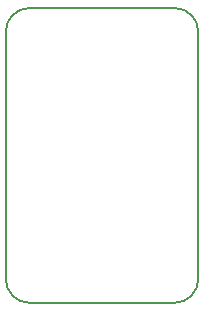
<source format=gbr>
%TF.GenerationSoftware,KiCad,Pcbnew,5.1.7-a382d34a8~87~ubuntu20.04.1*%
%TF.CreationDate,2020-11-06T18:28:57+02:00*%
%TF.ProjectId,BRK-MSOP-8-1EP-3x3-P0.65-EP1.68x1.88,42524b2d-4d53-44f5-902d-382d3145502d,v1.0*%
%TF.SameCoordinates,Original*%
%TF.FileFunction,Profile,NP*%
%FSLAX46Y46*%
G04 Gerber Fmt 4.6, Leading zero omitted, Abs format (unit mm)*
G04 Created by KiCad (PCBNEW 5.1.7-a382d34a8~87~ubuntu20.04.1) date 2020-11-06 18:28:57*
%MOMM*%
%LPD*%
G01*
G04 APERTURE LIST*
%TA.AperFunction,Profile*%
%ADD10C,0.150000*%
%TD*%
G04 APERTURE END LIST*
D10*
X108150000Y-84080000D02*
G75*
G03*
X106150000Y-82080000I-2000000J0D01*
G01*
X93850000Y-82080000D02*
G75*
G03*
X91850000Y-84080000I0J-2000000D01*
G01*
X91850000Y-105030000D02*
G75*
G03*
X93850000Y-107030000I2000000J0D01*
G01*
X106150000Y-107030000D02*
G75*
G03*
X108150000Y-105030000I0J2000000D01*
G01*
X93850000Y-107030000D02*
X106150000Y-107030000D01*
X93850000Y-82080000D02*
X106150000Y-82080000D01*
X108150000Y-105030000D02*
X108150000Y-84080000D01*
X91850000Y-84080000D02*
X91850000Y-105030000D01*
M02*

</source>
